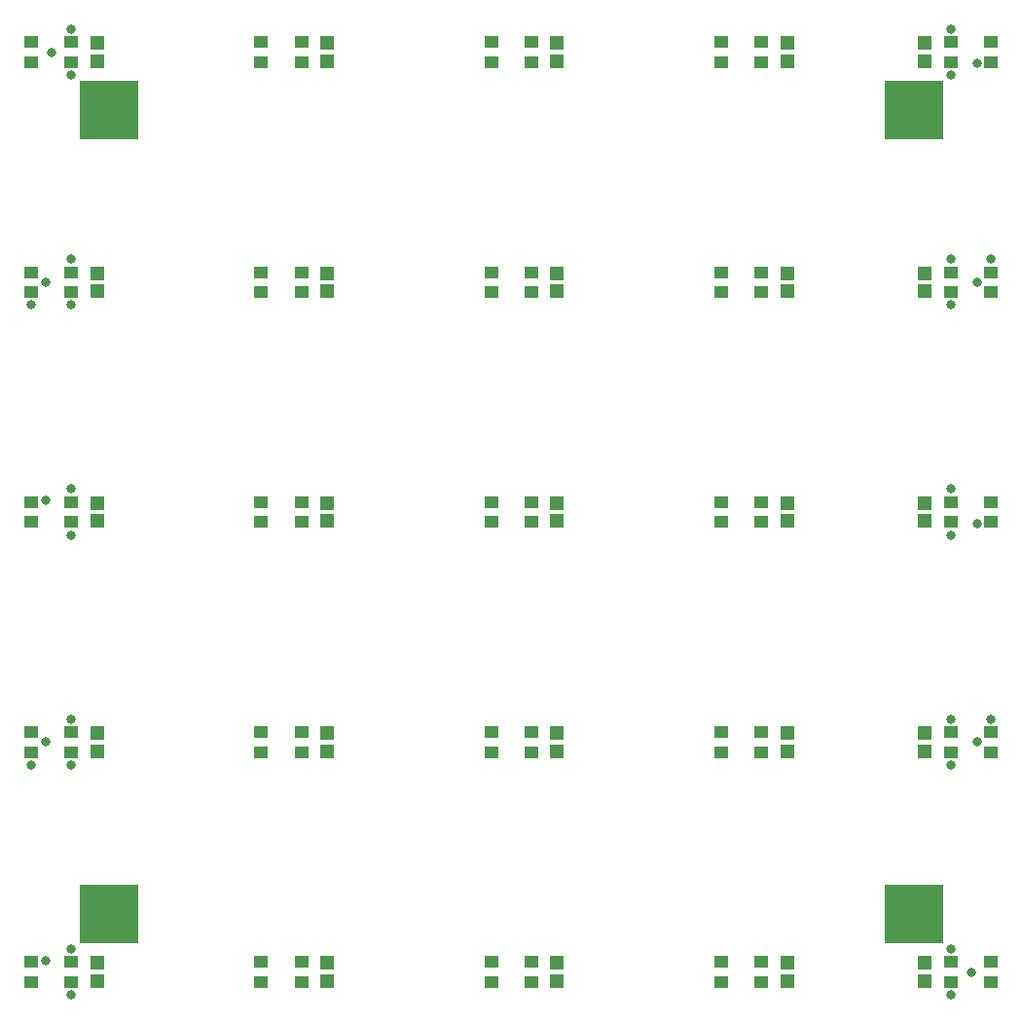
<source format=gts>
G04*
G04 #@! TF.GenerationSoftware,Altium Limited,Altium Designer,18.1.7 (191)*
G04*
G04 Layer_Color=8388736*
%FSLAX25Y25*%
%MOIN*%
G70*
G01*
G75*
%ADD14R,0.04816X0.04501*%
%ADD15R,0.04737X0.04147*%
%ADD16R,0.20485X0.20485*%
%ADD17C,0.03200*%
D14*
X338583Y42480D02*
D03*
Y36260D02*
D03*
X291339Y42480D02*
D03*
Y36260D02*
D03*
X212598Y42480D02*
D03*
Y36260D02*
D03*
X133858Y42480D02*
D03*
Y36260D02*
D03*
X55118Y42480D02*
D03*
Y36260D02*
D03*
Y121221D02*
D03*
Y115000D02*
D03*
X133858Y121221D02*
D03*
Y115000D02*
D03*
X212598Y121221D02*
D03*
Y115000D02*
D03*
X291339Y121221D02*
D03*
Y115000D02*
D03*
X338583Y121221D02*
D03*
Y115000D02*
D03*
X55118Y199961D02*
D03*
Y193740D02*
D03*
X133858Y199961D02*
D03*
Y193740D02*
D03*
X212598Y199961D02*
D03*
Y193740D02*
D03*
X291339Y199961D02*
D03*
Y193740D02*
D03*
X338583Y199961D02*
D03*
Y193740D02*
D03*
X55118Y278701D02*
D03*
Y272480D02*
D03*
X133858Y278701D02*
D03*
Y272480D02*
D03*
X212598Y278701D02*
D03*
Y272480D02*
D03*
X291339Y278701D02*
D03*
Y272480D02*
D03*
X338583Y278701D02*
D03*
Y272480D02*
D03*
Y351220D02*
D03*
Y357441D02*
D03*
X291339Y351220D02*
D03*
Y357441D02*
D03*
X212598Y351220D02*
D03*
Y357441D02*
D03*
X133858Y351220D02*
D03*
Y357441D02*
D03*
X55118D02*
D03*
Y351220D02*
D03*
D15*
X347441Y357776D02*
D03*
X361221D02*
D03*
X347441Y350886D02*
D03*
X361221D02*
D03*
X268701Y357776D02*
D03*
X282480D02*
D03*
X268701Y350886D02*
D03*
X282480D02*
D03*
X189961Y357776D02*
D03*
X203740D02*
D03*
X189961Y350886D02*
D03*
X203740D02*
D03*
X111221Y357776D02*
D03*
X125000D02*
D03*
X111221Y350886D02*
D03*
X125000D02*
D03*
X32480Y357776D02*
D03*
X46260D02*
D03*
X32480Y350886D02*
D03*
X46260D02*
D03*
X32480Y279035D02*
D03*
X46260D02*
D03*
X32480Y272146D02*
D03*
X46260D02*
D03*
X111221Y279035D02*
D03*
X125000D02*
D03*
X111221Y272146D02*
D03*
X125000D02*
D03*
X189961Y279035D02*
D03*
X203740D02*
D03*
X189961Y272146D02*
D03*
X203740D02*
D03*
X268701Y279035D02*
D03*
X282480D02*
D03*
X268701Y272146D02*
D03*
X282480D02*
D03*
X347441Y279035D02*
D03*
X361221D02*
D03*
X347441Y272146D02*
D03*
X361221D02*
D03*
X347441Y200295D02*
D03*
X361221D02*
D03*
X347441Y193405D02*
D03*
X361221D02*
D03*
X268701Y200295D02*
D03*
X282480D02*
D03*
X268701Y193405D02*
D03*
X282480D02*
D03*
X189961Y200295D02*
D03*
X203740D02*
D03*
X189961Y193405D02*
D03*
X203740D02*
D03*
X111221Y200295D02*
D03*
X125000D02*
D03*
X111221Y193405D02*
D03*
X125000D02*
D03*
X32480Y200295D02*
D03*
X46260D02*
D03*
X32480Y193405D02*
D03*
X46260D02*
D03*
X32480Y121555D02*
D03*
X46260D02*
D03*
X32480Y114665D02*
D03*
X46260D02*
D03*
X111221Y121555D02*
D03*
X125000D02*
D03*
X111221Y114665D02*
D03*
X125000D02*
D03*
X189961Y121555D02*
D03*
X203740D02*
D03*
X189961Y114665D02*
D03*
X203740D02*
D03*
X268701Y121555D02*
D03*
X282480D02*
D03*
X268701Y114665D02*
D03*
X282480D02*
D03*
X347441Y121555D02*
D03*
X361221D02*
D03*
X347441Y114665D02*
D03*
X361221D02*
D03*
X347441Y42815D02*
D03*
X361221D02*
D03*
X347441Y35925D02*
D03*
X361221D02*
D03*
X268701Y42815D02*
D03*
X282480D02*
D03*
X268701Y35925D02*
D03*
X282480D02*
D03*
X189961Y42815D02*
D03*
X203740D02*
D03*
X189961Y35925D02*
D03*
X203740D02*
D03*
X111221Y42815D02*
D03*
X125000D02*
D03*
X111221Y35925D02*
D03*
X125000D02*
D03*
X32480Y42815D02*
D03*
X46260D02*
D03*
X32480Y35925D02*
D03*
X46260D02*
D03*
D16*
X334646Y59055D02*
D03*
X59055D02*
D03*
X334646Y334646D02*
D03*
X59055D02*
D03*
D17*
X39370Y354331D02*
D03*
X46260Y204724D02*
D03*
X354331Y39370D02*
D03*
X46260Y47244D02*
D03*
Y31496D02*
D03*
X347441Y110236D02*
D03*
Y125984D02*
D03*
X46260Y267717D02*
D03*
X347441Y283465D02*
D03*
Y47244D02*
D03*
Y31496D02*
D03*
Y204724D02*
D03*
Y188976D02*
D03*
Y346457D02*
D03*
Y267717D02*
D03*
Y362205D02*
D03*
X46260Y346457D02*
D03*
Y362205D02*
D03*
Y283465D02*
D03*
Y188976D02*
D03*
Y110236D02*
D03*
Y125984D02*
D03*
X32480Y267717D02*
D03*
X361221Y283465D02*
D03*
X32480Y110236D02*
D03*
X361221Y125984D02*
D03*
X37402Y200787D02*
D03*
Y43307D02*
D03*
X356299Y192913D02*
D03*
X37402Y118110D02*
D03*
X356299D02*
D03*
X37402Y275590D02*
D03*
X356299D02*
D03*
Y350394D02*
D03*
M02*

</source>
